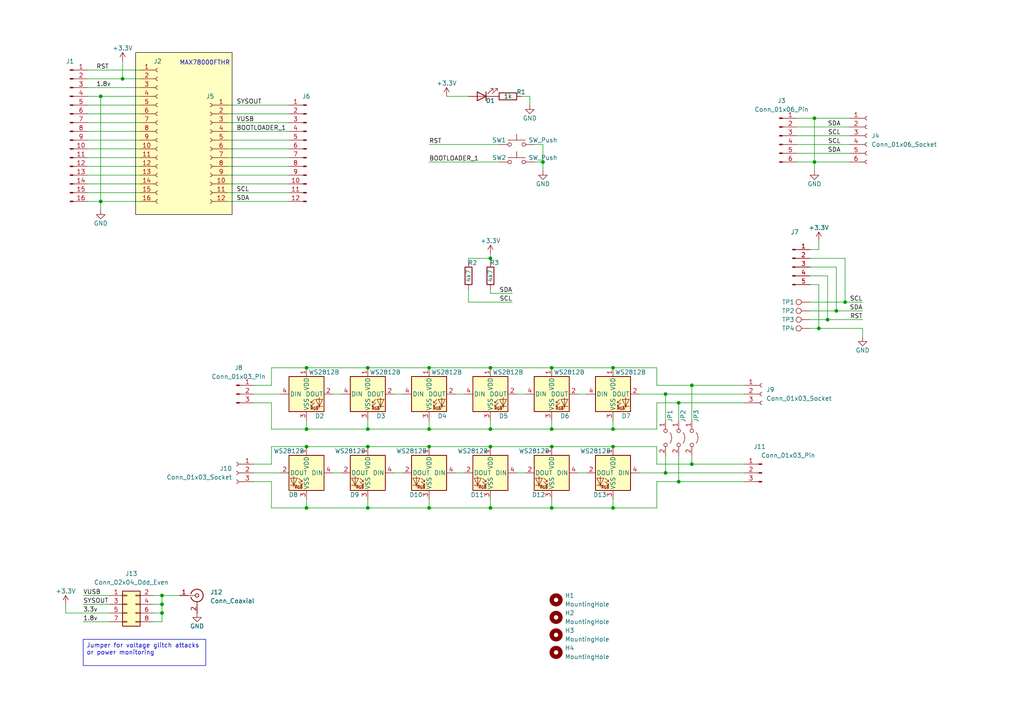
<source format=kicad_sch>
(kicad_sch (version 20230121) (generator eeschema)
  (paper "A4")
  (title_block (title "2024 eCTF Companion") (date "2024-02-05") (rev "A") (comment 1 "Jamal Bouajjaj"))
  (lib_symbols
    (symbol "Connector:Conn_01x03_Pin" (pin_names (offset 1.016) hide)
      (property "Reference" "J" (at 0 5.08 0))
      (property "Value" "Conn_01x03_Pin" (at 0 -5.08 0))
      (symbol "Conn_01x03_Pin_1_1"
        (pin passive line (at 5.08 2.54 180) (length 3.81) (name "Pin_1") (number "1"))
        (pin passive line (at 5.08 0 180) (length 3.81) (name "Pin_2") (number "2"))
        (pin passive line (at 5.08 -2.54 180) (length 3.81) (name "Pin_3") (number "3"))
      )
    )
    (symbol "Connector:Conn_01x03_Socket" (pin_names (offset 1.016) hide)
      (property "Reference" "J" (at 0 5.08 0))
      (property "Value" "Conn_01x03_Socket" (at 0 -5.08 0))
      (symbol "Conn_01x03_Socket_1_1"
        (pin passive line (at -5.08 2.54 0) (length 3.81) (name "Pin_1") (number "1"))
        (pin passive line (at -5.08 0 0) (length 3.81) (name "Pin_2") (number "2"))
        (pin passive line (at -5.08 -2.54 0) (length 3.81) (name "Pin_3") (number "3"))
      )
    )
    (symbol "Connector:Conn_01x05_Pin" (pin_names (offset 1.016) hide)
      (property "Reference" "J" (at 0 7.62 0))
      (property "Value" "Conn_01x05_Pin" (at 0 -7.62 0))
      (symbol "Conn_01x05_Pin_1_1"
        (pin passive line (at 5.08 5.08 180) (length 3.81) (name "Pin_1") (number "1"))
        (pin passive line (at 5.08 2.54 180) (length 3.81) (name "Pin_2") (number "2"))
        (pin passive line (at 5.08 0 180) (length 3.81) (name "Pin_3") (number "3"))
        (pin passive line (at 5.08 -2.54 180) (length 3.81) (name "Pin_4") (number "4"))
        (pin passive line (at 5.08 -5.08 180) (length 3.81) (name "Pin_5") (number "5"))
      )
    )
    (symbol "Connector:Conn_01x06_Pin" (pin_names (offset 1.016) hide)
      (property "Reference" "J" (at 0 7.62 0))
      (property "Value" "Conn_01x06_Pin" (at 0 -10.16 0))
      (symbol "Conn_01x06_Pin_1_1"
        (pin passive line (at 5.08 5.08 180) (length 3.81) (name "Pin_1") (number "1"))
        (pin passive line (at 5.08 2.54 180) (length 3.81) (name "Pin_2") (number "2"))
        (pin passive line (at 5.08 0 180) (length 3.81) (name "Pin_3") (number "3"))
        (pin passive line (at 5.08 -2.54 180) (length 3.81) (name "Pin_4") (number "4"))
        (pin passive line (at 5.08 -5.08 180) (length 3.81) (name "Pin_5") (number "5"))
        (pin passive line (at 5.08 -7.62 180) (length 3.81) (name "Pin_6") (number "6"))
      )
    )
    (symbol "Connector:Conn_01x06_Socket" (pin_names (offset 1.016) hide)
      (property "Reference" "J" (at 0 7.62 0))
      (property "Value" "Conn_01x06_Socket" (at 0 -10.16 0))
      (symbol "Conn_01x06_Socket_1_1"
        (pin passive line (at -5.08 5.08 0) (length 3.81) (name "Pin_1") (number "1"))
        (pin passive line (at -5.08 2.54 0) (length 3.81) (name "Pin_2") (number "2"))
        (pin passive line (at -5.08 0 0) (length 3.81) (name "Pin_3") (number "3"))
        (pin passive line (at -5.08 -2.54 0) (length 3.81) (name "Pin_4") (number "4"))
        (pin passive line (at -5.08 -5.08 0) (length 3.81) (name "Pin_5") (number "5"))
        (pin passive line (at -5.08 -7.62 0) (length 3.81) (name "Pin_6") (number "6"))
      )
    )
    (symbol "Connector:Conn_01x12_Pin" (pin_names (offset 1.016) hide)
      (property "Reference" "J" (at 0 15.24 0))
      (property "Value" "Conn_01x12_Pin" (at 0 -17.78 0))
      (symbol "Conn_01x12_Pin_1_1"
        (pin passive line (at 5.08 12.7 180) (length 3.81) (name "Pin_1") (number "1"))
        (pin passive line (at 5.08 -10.16 180) (length 3.81) (name "Pin_10") (number "10"))
        (pin passive line (at 5.08 -12.7 180) (length 3.81) (name "Pin_11") (number "11"))
        (pin passive line (at 5.08 -15.24 180) (length 3.81) (name "Pin_12") (number "12"))
        (pin passive line (at 5.08 10.16 180) (length 3.81) (name "Pin_2") (number "2"))
        (pin passive line (at 5.08 7.62 180) (length 3.81) (name "Pin_3") (number "3"))
        (pin passive line (at 5.08 5.08 180) (length 3.81) (name "Pin_4") (number "4"))
        (pin passive line (at 5.08 2.54 180) (length 3.81) (name "Pin_5") (number "5"))
        (pin passive line (at 5.08 0 180) (length 3.81) (name "Pin_6") (number "6"))
        (pin passive line (at 5.08 -2.54 180) (length 3.81) (name "Pin_7") (number "7"))
        (pin passive line (at 5.08 -5.08 180) (length 3.81) (name "Pin_8") (number "8"))
        (pin passive line (at 5.08 -7.62 180) (length 3.81) (name "Pin_9") (number "9"))
      )
    )
    (symbol "Connector:Conn_01x12_Socket" (pin_names (offset 1.016) hide)
      (property "Reference" "J" (at 0 15.24 0))
      (property "Value" "Conn_01x12_Socket" (at 0 -17.78 0))
      (symbol "Conn_01x12_Socket_1_1"
        (pin passive line (at -5.08 12.7 0) (length 3.81) (name "Pin_1") (number "1"))
        (pin passive line (at -5.08 -10.16 0) (length 3.81) (name "Pin_10") (number "10"))
        (pin passive line (at -5.08 -12.7 0) (length 3.81) (name "Pin_11") (number "11"))
        (pin passive line (at -5.08 -15.24 0) (length 3.81) (name "Pin_12") (number "12"))
        (pin passive line (at -5.08 10.16 0) (length 3.81) (name "Pin_2") (number "2"))
        (pin passive line (at -5.08 7.62 0) (length 3.81) (name "Pin_3") (number "3"))
        (pin passive line (at -5.08 5.08 0) (length 3.81) (name "Pin_4") (number "4"))
        (pin passive line (at -5.08 2.54 0) (length 3.81) (name "Pin_5") (number "5"))
        (pin passive line (at -5.08 0 0) (length 3.81) (name "Pin_6") (number "6"))
        (pin passive line (at -5.08 -2.54 0) (length 3.81) (name "Pin_7") (number "7"))
        (pin passive line (at -5.08 -5.08 0) (length 3.81) (name "Pin_8") (number "8"))
        (pin passive line (at -5.08 -7.62 0) (length 3.81) (name "Pin_9") (number "9"))
      )
    )
    (symbol "Connector:Conn_01x16_Pin" (pin_names (offset 1.016) hide)
      (property "Reference" "J" (at 0 20.32 0))
      (property "Value" "Conn_01x16_Pin" (at 0 -22.86 0))
      (symbol "Conn_01x16_Pin_1_1"
        (pin passive line (at 5.08 17.78 180) (length 3.81) (name "Pin_1") (number "1"))
        (pin passive line (at 5.08 -5.08 180) (length 3.81) (name "Pin_10") (number "10"))
        (pin passive line (at 5.08 -7.62 180) (length 3.81) (name "Pin_11") (number "11"))
        (pin passive line (at 5.08 -10.16 180) (length 3.81) (name "Pin_12") (number "12"))
        (pin passive line (at 5.08 -12.7 180) (length 3.81) (name "Pin_13") (number "13"))
        (pin passive line (at 5.08 -15.24 180) (length 3.81) (name "Pin_14") (number "14"))
        (pin passive line (at 5.08 -17.78 180) (length 3.81) (name "Pin_15") (number "15"))
        (pin passive line (at 5.08 -20.32 180) (length 3.81) (name "Pin_16") (number "16"))
        (pin passive line (at 5.08 15.24 180) (length 3.81) (name "Pin_2") (number "2"))
        (pin passive line (at 5.08 12.7 180) (length 3.81) (name "Pin_3") (number "3"))
        (pin passive line (at 5.08 10.16 180) (length 3.81) (name "Pin_4") (number "4"))
        (pin passive line (at 5.08 7.62 180) (length 3.81) (name "Pin_5") (number "5"))
        (pin passive line (at 5.08 5.08 180) (length 3.81) (name "Pin_6") (number "6"))
        (pin passive line (at 5.08 2.54 180) (length 3.81) (name "Pin_7") (number "7"))
        (pin passive line (at 5.08 0 180) (length 3.81) (name "Pin_8") (number "8"))
        (pin passive line (at 5.08 -2.54 180) (length 3.81) (name "Pin_9") (number "9"))
      )
    )
    (symbol "Connector:Conn_01x16_Socket" (pin_names (offset 1.016) hide)
      (property "Reference" "J" (at 0 20.32 0))
      (property "Value" "Conn_01x16_Socket" (at 0 -22.86 0))
      (symbol "Conn_01x16_Socket_1_1"
        (pin passive line (at -5.08 17.78 0) (length 3.81) (name "Pin_1") (number "1"))
        (pin passive line (at -5.08 -5.08 0) (length 3.81) (name "Pin_10") (number "10"))
        (pin passive line (at -5.08 -7.62 0) (length 3.81) (name "Pin_11") (number "11"))
        (pin passive line (at -5.08 -10.16 0) (length 3.81) (name "Pin_12") (number "12"))
        (pin passive line (at -5.08 -12.7 0) (length 3.81) (name "Pin_13") (number "13"))
        (pin passive line (at -5.08 -15.24 0) (length 3.81) (name "Pin_14") (number "14"))
        (pin passive line (at -5.08 -17.78 0) (length 3.81) (name "Pin_15") (number "15"))
        (pin passive line (at -5.08 -20.32 0) (length 3.81) (name "Pin_16") (number "16"))
        (pin passive line (at -5.08 15.24 0) (length 3.81) (name "Pin_2") (number "2"))
        (pin passive line (at -5.08 12.7 0) (length 3.81) (name "Pin_3") (number "3"))
        (pin passive line (at -5.08 10.16 0) (length 3.81) (name "Pin_4") (number "4"))
        (pin passive line (at -5.08 7.62 0) (length 3.81) (name "Pin_5") (number "5"))
        (pin passive line (at -5.08 5.08 0) (length 3.81) (name "Pin_6") (number "6"))
        (pin passive line (at -5.08 2.54 0) (length 3.81) (name "Pin_7") (number "7"))
        (pin passive line (at -5.08 0 0) (length 3.81) (name "Pin_8") (number "8"))
        (pin passive line (at -5.08 -2.54 0) (length 3.81) (name "Pin_9") (number "9"))
      )
    )
    (symbol "Connector:Conn_Coaxial" (pin_names (offset 1.016) hide)
      (property "Reference" "J" (at 0.254 3.048 0))
      (property "Value" "Conn_Coaxial" (at 2.921 0 90))
      (symbol "Conn_Coaxial_1_1"
        (pin passive line (at -5.08 0 0) (length 2.54) (name "In") (number "1"))
        (pin passive line (at 0 -5.08 90) (length 2.54) (name "Ext") (number "2"))
      )
    )
    (symbol "Connector:TestPoint" (pin_numbers hide) (pin_names (offset 0.762) hide)
      (property "Reference" "TP" (at 0 6.858 0))
      (property "Value" "TestPoint" (at 0 5.08 0))
      (symbol "TestPoint_1_1"
        (pin passive line (at 0 0 90) (length 2.54) (name "1") (number "1"))
      )
    )
    (symbol "Connector_Generic:Conn_02x04_Odd_Even" (pin_names (offset 1.016) hide)
      (property "Reference" "J" (at 1.27 5.08 0))
      (property "Value" "Conn_02x04_Odd_Even" (at 1.27 -7.62 0))
      (symbol "Conn_02x04_Odd_Even_1_1"
        (pin passive line (at -5.08 2.54 0) (length 3.81) (name "Pin_1") (number "1"))
        (pin passive line (at 7.62 2.54 180) (length 3.81) (name "Pin_2") (number "2"))
        (pin passive line (at -5.08 0 0) (length 3.81) (name "Pin_3") (number "3"))
        (pin passive line (at 7.62 0 180) (length 3.81) (name "Pin_4") (number "4"))
        (pin passive line (at -5.08 -2.54 0) (length 3.81) (name "Pin_5") (number "5"))
        (pin passive line (at 7.62 -2.54 180) (length 3.81) (name "Pin_6") (number "6"))
        (pin passive line (at -5.08 -5.08 0) (length 3.81) (name "Pin_7") (number "7"))
        (pin passive line (at 7.62 -5.08 180) (length 3.81) (name "Pin_8") (number "8"))
      )
    )
    (symbol "Device:LED" (pin_numbers hide) (pin_names (offset 1.016) hide)
      (property "Reference" "D" (at 0 2.54 0))
      (property "Value" "LED" (at 0 -2.54 0))
      (symbol "LED_1_1"
        (pin passive line (at -3.81 0 0) (length 2.54) (name "K") (number "1"))
        (pin passive line (at 3.81 0 180) (length 2.54) (name "A") (number "2"))
      )
    )
    (symbol "Device:R" (pin_numbers hide) (pin_names (offset 0))
      (property "Reference" "R" (at 2.032 0 90))
      (property "Value" "R" (at 0 0 90))
      (symbol "R_1_1"
        (pin passive line (at 0 3.81 270) (length 1.27) (name "~") (number "1"))
        (pin passive line (at 0 -3.81 90) (length 1.27) (name "~") (number "2"))
      )
    )
    (symbol "Jumper:Jumper_2_Open" (pin_names (offset 0) hide)
      (property "Reference" "JP" (at 0 2.794 0))
      (property "Value" "Jumper_2_Open" (at 0 -2.286 0))
      (symbol "Jumper_2_Open_1_1"
        (pin passive line (at -5.08 0 0) (length 2.54) (name "A") (number "1"))
        (pin passive line (at 5.08 0 180) (length 2.54) (name "B") (number "2"))
      )
    )
    (symbol "LED:WS2812B" (pin_names (offset 0.254))
      (property "Reference" "D" (at 5.08 5.715 0))
      (property "Value" "WS2812B" (at 1.27 -5.715 0))
      (symbol "WS2812B_0_0"
        (text "RGB" (at 2.286 -4.191 0) (effects (font (size 0.762 0.762))))
      )
      (symbol "WS2812B_1_1"
        (pin power_in line (at 0 7.62 270) (length 2.54) (name "VDD") (number "1"))
        (pin output line (at 7.62 0 180) (length 2.54) (name "DOUT") (number "2"))
        (pin power_in line (at 0 -7.62 90) (length 2.54) (name "VSS") (number "3"))
        (pin input line (at -7.62 0 0) (length 2.54) (name "DIN") (number "4"))
      )
    )
    (symbol "Mechanical:MountingHole" (pin_names (offset 1.016))
      (property "Reference" "H" (at 0 5.08 0))
      (property "Value" "MountingHole" (at 0 3.175 0))
    )
    (symbol "Switch:SW_Push" (pin_numbers hide) (pin_names (offset 1.016) hide)
      (property "Reference" "SW" (at 1.27 2.54 0))
      (property "Value" "SW_Push" (at 0 -1.524 0))
      (symbol "SW_Push_0_1"
        (pin passive line (at -5.08 0 0) (length 2.54) (name "1") (number "1"))
        (pin passive line (at 5.08 0 180) (length 2.54) (name "2") (number "2"))
      )
    )
    (symbol "power:+3.3V" (power) (pin_names (offset 0))
      (property "Value" "+3.3V" (at 0 3.556 0))
      (symbol "+3.3V_1_1"
        (pin power_in line (at 0 0 90) (length 0) hide (name "+3.3V") (number "1"))
      )
    )
    (symbol "power:GND" (power) (pin_names (offset 0))
      (property "Value" "GND" (at 0 -3.81 0))
      (symbol "GND_1_1"
        (pin power_in line (at 0 0 270) (length 0) hide (name "GND") (number "1"))
      )
    )
  )
  (junction (at 200.66 134.62))
  (junction (at 245.11 87.63))
  (junction (at 88.9 124.46))
  (junction (at 35.56 22.86))
  (junction (at 196.85 116.84))
  (junction (at 193.04 114.3))
  (junction (at 200.66 111.76))
  (junction (at 142.24 147.32))
  (junction (at 157.48 46.99))
  (junction (at 124.46 147.32))
  (junction (at 160.02 106.68))
  (junction (at 46.99 177.8))
  (junction (at 160.02 124.46))
  (junction (at 177.8 124.46))
  (junction (at 124.46 106.68))
  (junction (at 177.8 106.68))
  (junction (at 106.68 106.68))
  (junction (at 237.49 95.25))
  (junction (at 142.24 129.54))
  (junction (at 106.68 147.32))
  (junction (at 236.22 34.29))
  (junction (at 236.22 46.99))
  (junction (at 142.24 74.93))
  (junction (at 29.21 27.94))
  (junction (at 242.57 90.17))
  (junction (at 240.03 92.71))
  (junction (at 106.68 129.54))
  (junction (at 46.99 172.72))
  (junction (at 106.68 124.46))
  (junction (at 88.9 147.32))
  (junction (at 160.02 147.32))
  (junction (at 196.85 139.7))
  (junction (at 142.24 106.68))
  (junction (at 29.21 58.42))
  (junction (at 160.02 129.54))
  (junction (at 46.99 175.26))
  (junction (at 88.9 129.54))
  (junction (at 88.9 106.68))
  (junction (at 142.24 124.46))
  (junction (at 193.04 137.16))
  (junction (at 124.46 124.46))
  (junction (at 177.8 129.54))
  (junction (at 177.8 147.32))
  (junction (at 124.46 129.54))
  (wire (pts (xy 66.04 43.18) (xy 83.82 43.18)))
  (wire (pts (xy 124.46 106.68) (xy 142.24 106.68)))
  (wire (pts (xy 234.95 87.63) (xy 245.11 87.63)))
  (wire (pts (xy 88.9 124.46) (xy 88.9 121.92)))
  (wire (pts (xy 177.8 106.68) (xy 190.5 106.68)))
  (wire (pts (xy 190.5 116.84) (xy 196.85 116.84)))
  (wire (pts (xy 177.8 129.54) (xy 190.5 129.54)))
  (wire (pts (xy 196.85 116.84) (xy 196.85 121.92)))
  (wire (pts (xy 25.4 55.88) (xy 40.64 55.88)))
  (wire (pts (xy 24.13 180.34) (xy 31.75 180.34)))
  (wire (pts (xy 190.5 124.46) (xy 190.5 116.84)))
  (wire (pts (xy 24.13 172.72) (xy 31.75 172.72)))
  (wire (pts (xy 142.24 74.93) (xy 135.89 74.93)))
  (wire (pts (xy 124.46 147.32) (xy 142.24 147.32)))
  (wire (pts (xy 73.66 114.3) (xy 81.28 114.3)))
  (wire (pts (xy 237.49 95.25) (xy 250.19 95.25)))
  (wire (pts (xy 153.67 30.48) (xy 153.67 27.94)))
  (wire (pts (xy 157.48 46.99) (xy 154.94 46.99)))
  (wire (pts (xy 193.04 114.3) (xy 193.04 121.92)))
  (wire (pts (xy 190.5 139.7) (xy 196.85 139.7)))
  (wire (pts (xy 149.86 137.16) (xy 152.4 137.16)))
  (wire (pts (xy 200.66 111.76) (xy 200.66 121.92)))
  (wire (pts (xy 124.46 147.32) (xy 124.46 144.78)))
  (wire (pts (xy 142.24 106.68) (xy 160.02 106.68)))
  (wire (pts (xy 29.21 27.94) (xy 29.21 58.42)))
  (wire (pts (xy 66.04 33.02) (xy 83.82 33.02)))
  (wire (pts (xy 124.46 46.99) (xy 144.78 46.99)))
  (wire (pts (xy 190.5 106.68) (xy 190.5 111.76)))
  (wire (pts (xy 135.89 87.63) (xy 135.89 83.82)))
  (wire (pts (xy 78.74 124.46) (xy 88.9 124.46)))
  (wire (pts (xy 73.66 139.7) (xy 78.74 139.7)))
  (wire (pts (xy 231.14 39.37) (xy 246.38 39.37)))
  (wire (pts (xy 177.8 147.32) (xy 190.5 147.32)))
  (wire (pts (xy 142.24 73.66) (xy 142.24 74.93)))
  (wire (pts (xy 142.24 147.32) (xy 160.02 147.32)))
  (wire (pts (xy 200.66 111.76) (xy 215.9 111.76)))
  (wire (pts (xy 88.9 147.32) (xy 106.68 147.32)))
  (wire (pts (xy 129.54 27.94) (xy 135.89 27.94)))
  (wire (pts (xy 29.21 58.42) (xy 29.21 60.96)))
  (wire (pts (xy 237.49 82.55) (xy 237.49 95.25)))
  (wire (pts (xy 88.9 147.32) (xy 88.9 144.78)))
  (wire (pts (xy 25.4 22.86) (xy 35.56 22.86)))
  (wire (pts (xy 240.03 92.71) (xy 250.19 92.71)))
  (wire (pts (xy 78.74 139.7) (xy 78.74 147.32)))
  (wire (pts (xy 106.68 129.54) (xy 124.46 129.54)))
  (wire (pts (xy 190.5 111.76) (xy 200.66 111.76)))
  (wire (pts (xy 167.64 114.3) (xy 170.18 114.3)))
  (wire (pts (xy 142.24 124.46) (xy 142.24 121.92)))
  (wire (pts (xy 160.02 147.32) (xy 160.02 144.78)))
  (wire (pts (xy 237.49 69.85) (xy 237.49 72.39)))
  (wire (pts (xy 73.66 137.16) (xy 81.28 137.16)))
  (wire (pts (xy 66.04 45.72) (xy 83.82 45.72)))
  (wire (pts (xy 106.68 124.46) (xy 106.68 121.92)))
  (wire (pts (xy 88.9 106.68) (xy 106.68 106.68)))
  (wire (pts (xy 124.46 124.46) (xy 124.46 121.92)))
  (wire (pts (xy 160.02 124.46) (xy 177.8 124.46)))
  (wire (pts (xy 160.02 124.46) (xy 160.02 121.92)))
  (wire (pts (xy 167.64 137.16) (xy 170.18 137.16)))
  (wire (pts (xy 236.22 34.29) (xy 236.22 46.99)))
  (wire (pts (xy 236.22 34.29) (xy 246.38 34.29)))
  (wire (pts (xy 78.74 147.32) (xy 88.9 147.32)))
  (wire (pts (xy 25.4 27.94) (xy 29.21 27.94)))
  (wire (pts (xy 231.14 46.99) (xy 236.22 46.99)))
  (wire (pts (xy 242.57 77.47) (xy 242.57 90.17)))
  (wire (pts (xy 231.14 34.29) (xy 236.22 34.29)))
  (wire (pts (xy 106.68 106.68) (xy 124.46 106.68)))
  (wire (pts (xy 190.5 147.32) (xy 190.5 139.7)))
  (wire (pts (xy 185.42 114.3) (xy 193.04 114.3)))
  (wire (pts (xy 25.4 35.56) (xy 40.64 35.56)))
  (wire (pts (xy 234.95 80.01) (xy 240.03 80.01)))
  (wire (pts (xy 177.8 147.32) (xy 177.8 144.78)))
  (wire (pts (xy 148.59 85.09) (xy 142.24 85.09)))
  (wire (pts (xy 25.4 53.34) (xy 40.64 53.34)))
  (wire (pts (xy 25.4 50.8) (xy 40.64 50.8)))
  (wire (pts (xy 157.48 41.91) (xy 157.48 46.99)))
  (wire (pts (xy 35.56 22.86) (xy 35.56 17.78)))
  (wire (pts (xy 236.22 46.99) (xy 246.38 46.99)))
  (wire (pts (xy 44.45 172.72) (xy 46.99 172.72)))
  (wire (pts (xy 66.04 48.26) (xy 83.82 48.26)))
  (wire (pts (xy 242.57 90.17) (xy 250.19 90.17)))
  (wire (pts (xy 78.74 129.54) (xy 88.9 129.54)))
  (wire (pts (xy 25.4 38.1) (xy 40.64 38.1)))
  (wire (pts (xy 25.4 33.02) (xy 40.64 33.02)))
  (wire (pts (xy 78.74 106.68) (xy 88.9 106.68)))
  (wire (pts (xy 46.99 180.34) (xy 46.99 177.8)))
  (wire (pts (xy 245.11 87.63) (xy 250.19 87.63)))
  (wire (pts (xy 124.46 124.46) (xy 142.24 124.46)))
  (wire (pts (xy 142.24 85.09) (xy 142.24 83.82)))
  (wire (pts (xy 73.66 111.76) (xy 78.74 111.76)))
  (wire (pts (xy 78.74 134.62) (xy 78.74 129.54)))
  (wire (pts (xy 148.59 87.63) (xy 135.89 87.63)))
  (wire (pts (xy 231.14 41.91) (xy 246.38 41.91)))
  (wire (pts (xy 25.4 45.72) (xy 40.64 45.72)))
  (wire (pts (xy 190.5 134.62) (xy 190.5 129.54)))
  (wire (pts (xy 234.95 95.25) (xy 237.49 95.25)))
  (wire (pts (xy 177.8 124.46) (xy 190.5 124.46)))
  (wire (pts (xy 250.19 95.25) (xy 250.19 97.79)))
  (wire (pts (xy 114.3 137.16) (xy 116.84 137.16)))
  (wire (pts (xy 245.11 74.93) (xy 245.11 87.63)))
  (wire (pts (xy 149.86 114.3) (xy 152.4 114.3)))
  (wire (pts (xy 88.9 129.54) (xy 106.68 129.54)))
  (wire (pts (xy 66.04 40.64) (xy 83.82 40.64)))
  (wire (pts (xy 106.68 147.32) (xy 124.46 147.32)))
  (wire (pts (xy 25.4 20.32) (xy 40.64 20.32)))
  (wire (pts (xy 106.68 147.32) (xy 106.68 144.78)))
  (wire (pts (xy 236.22 46.99) (xy 236.22 49.53)))
  (wire (pts (xy 200.66 134.62) (xy 215.9 134.62)))
  (wire (pts (xy 153.67 27.94) (xy 151.13 27.94)))
  (wire (pts (xy 88.9 124.46) (xy 106.68 124.46)))
  (wire (pts (xy 73.66 134.62) (xy 78.74 134.62)))
  (wire (pts (xy 160.02 129.54) (xy 177.8 129.54)))
  (wire (pts (xy 196.85 139.7) (xy 215.9 139.7)))
  (wire (pts (xy 234.95 82.55) (xy 237.49 82.55)))
  (wire (pts (xy 177.8 124.46) (xy 177.8 121.92)))
  (wire (pts (xy 66.04 53.34) (xy 83.82 53.34)))
  (wire (pts (xy 96.52 114.3) (xy 99.06 114.3)))
  (wire (pts (xy 66.04 35.56) (xy 83.82 35.56)))
  (wire (pts (xy 25.4 58.42) (xy 29.21 58.42)))
  (wire (pts (xy 142.24 129.54) (xy 160.02 129.54)))
  (wire (pts (xy 66.04 30.48) (xy 83.82 30.48)))
  (wire (pts (xy 78.74 116.84) (xy 78.74 124.46)))
  (wire (pts (xy 114.3 114.3) (xy 116.84 114.3)))
  (wire (pts (xy 160.02 106.68) (xy 177.8 106.68)))
  (wire (pts (xy 96.52 137.16) (xy 99.06 137.16)))
  (wire (pts (xy 29.21 58.42) (xy 40.64 58.42)))
  (wire (pts (xy 234.95 92.71) (xy 240.03 92.71)))
  (wire (pts (xy 234.95 90.17) (xy 242.57 90.17)))
  (wire (pts (xy 25.4 40.64) (xy 40.64 40.64)))
  (wire (pts (xy 78.74 111.76) (xy 78.74 106.68)))
  (wire (pts (xy 124.46 41.91) (xy 144.78 41.91)))
  (wire (pts (xy 193.04 132.08) (xy 193.04 137.16)))
  (wire (pts (xy 66.04 58.42) (xy 83.82 58.42)))
  (wire (pts (xy 231.14 44.45) (xy 246.38 44.45)))
  (wire (pts (xy 240.03 80.01) (xy 240.03 92.71)))
  (wire (pts (xy 237.49 72.39) (xy 234.95 72.39)))
  (wire (pts (xy 124.46 129.54) (xy 142.24 129.54)))
  (wire (pts (xy 185.42 137.16) (xy 193.04 137.16)))
  (wire (pts (xy 24.13 175.26) (xy 31.75 175.26)))
  (wire (pts (xy 234.95 74.93) (xy 245.11 74.93)))
  (wire (pts (xy 25.4 25.4) (xy 40.64 25.4)))
  (wire (pts (xy 66.04 50.8) (xy 83.82 50.8)))
  (wire (pts (xy 35.56 22.86) (xy 40.64 22.86)))
  (wire (pts (xy 193.04 114.3) (xy 215.9 114.3)))
  (wire (pts (xy 44.45 177.8) (xy 46.99 177.8)))
  (wire (pts (xy 154.94 41.91) (xy 157.48 41.91)))
  (wire (pts (xy 193.04 137.16) (xy 215.9 137.16)))
  (wire (pts (xy 160.02 147.32) (xy 177.8 147.32)))
  (wire (pts (xy 25.4 48.26) (xy 40.64 48.26)))
  (wire (pts (xy 44.45 175.26) (xy 46.99 175.26)))
  (wire (pts (xy 142.24 74.93) (xy 142.24 76.2)))
  (wire (pts (xy 46.99 177.8) (xy 46.99 175.26)))
  (wire (pts (xy 66.04 38.1) (xy 83.82 38.1)))
  (wire (pts (xy 196.85 116.84) (xy 215.9 116.84)))
  (wire (pts (xy 190.5 134.62) (xy 200.66 134.62)))
  (wire (pts (xy 106.68 124.46) (xy 124.46 124.46)))
  (wire (pts (xy 196.85 132.08) (xy 196.85 139.7)))
  (wire (pts (xy 231.14 36.83) (xy 246.38 36.83)))
  (wire (pts (xy 29.21 27.94) (xy 40.64 27.94)))
  (wire (pts (xy 44.45 180.34) (xy 46.99 180.34)))
  (wire (pts (xy 200.66 132.08) (xy 200.66 134.62)))
  (wire (pts (xy 66.04 55.88) (xy 83.82 55.88)))
  (wire (pts (xy 19.05 175.26) (xy 19.05 177.8)))
  (wire (pts (xy 142.24 147.32) (xy 142.24 144.78)))
  (wire (pts (xy 142.24 124.46) (xy 160.02 124.46)))
  (wire (pts (xy 19.05 177.8) (xy 31.75 177.8)))
  (wire (pts (xy 73.66 116.84) (xy 78.74 116.84)))
  (wire (pts (xy 132.08 114.3) (xy 134.62 114.3)))
  (wire (pts (xy 157.48 49.53) (xy 157.48 46.99)))
  (wire (pts (xy 135.89 74.93) (xy 135.89 76.2)))
  (wire (pts (xy 46.99 175.26) (xy 46.99 172.72)))
  (wire (pts (xy 25.4 43.18) (xy 40.64 43.18)))
  (wire (pts (xy 25.4 30.48) (xy 40.64 30.48)))
  (wire (pts (xy 46.99 172.72) (xy 52.07 172.72)))
  (wire (pts (xy 132.08 137.16) (xy 134.62 137.16)))
  (wire (pts (xy 234.95 77.47) (xy 242.57 77.47)))
  (rectangle (start 39.37 15.24) (end 67.31 62.23) (stroke (width 0) (color 0 0 0 1)) (fill (type color) (color 255 255 194 1)))
  (text_box "Jumper for voltage glitch attacks or power monitoring" (at 24.13 185.42 0) (size 35.56 7.62) (effects (font (size 1.27 1.27)) (justify left top)))
  (text "MAX78000FTHR" (at 52.07 19.05 0) (effects (font (size 1.27 1.27)) (justify left bottom)))
  (label "SCL" (at 148.59 87.63 180))
  (label "SCL" (at 68.58 55.88 0))
  (label "RST" (at 27.94 20.32 0))
  (label "RST" (at 124.46 41.91 0))
  (label "SCL" (at 243.84 39.37 180))
  (label "SDA" (at 243.84 36.83 180))
  (label "SCL" (at 243.84 41.91 180))
  (label "SDA" (at 68.58 58.42 0))
  (label "VUSB" (at 24.13 172.72 0))
  (label "3.3v" (at 24.13 177.8 0))
  (label "1.8v" (at 24.13 180.34 0))
  (label "SDA" (at 148.59 85.09 180))
  (label "1.8v" (at 27.94 25.4 0))
  (label "SDA" (at 243.84 44.45 180))
  (label "SYSOUT" (at 68.58 30.48 0))
  (label "BOOTLOADER_1" (at 68.58 38.1 0))
  (label "SCL" (at 250.19 87.63 180))
  (label "RST" (at 250.19 92.71 180))
  (label "BOOTLOADER_1" (at 124.46 46.99 0))
  (label "SDA" (at 250.19 90.17 180))
  (label "SYSOUT" (at 24.13 175.26 0))
  (label "VUSB" (at 68.58 35.56 0))
  (symbol (lib_id "Connector:Conn_01x12_Socket") (at 60.96 43.18 0) (mirror y) (unit 1)
    (property "Reference" "J5" (at 60.96 27.94 0))
    (property "Value" "Conn_01x12_Socket" (effects hide))
    (property "Footprint" "Connector_PinSocket_2.54mm:PinSocket_1x12_P2.54mm_Vertical" (effects hide))
  )
  (symbol (lib_id "Connector:TestPoint") (at 234.95 95.25 90) (unit 1)
    (property "Reference" "TP4" (at 228.6 95.25 90))
    (property "Value" "TestPoint" (effects hide))
    (property "Footprint" "TestPoint:TestPoint_Keystone_5005-5009_Compact" (effects hide))
  )
  (symbol (lib_id "LED:WS2812B") (at 142.24 114.3 0) (unit 1)
    (property "Reference" "D5" (at 146.05 120.65 0))
    (property "Value" "WS2812B" (at 147.32 107.95 0))
    (property "Footprint" "LED_SMD:LED_WS2812B_PLCC4_5.0x5.0mm_P3.2mm" (effects hide))
    (property "Datasheet" "https://cdn-shop.adafruit.com/datasheets/WS2812B.pdf" (effects hide))
  )
  (symbol (lib_id "Mechanical:MountingHole") (at 161.29 179.07 0) (unit 1)
    (property "Reference" "H2" (at 163.83 177.8 0) (effects (justify left)))
    (property "Value" "MountingHole" (at 163.83 180.34 0) (effects (justify left)))
    (property "Footprint" "MountingHole:MountingHole_3.2mm_M3_DIN965" (effects hide))
  )
  (symbol (lib_id "power:GND") (at 57.15 177.8 0) (unit 1)
    (property "Reference" "#PWR011" (effects hide))
    (property "Value" "GND" (at 57.15 181.61 0))
  )
  (symbol (lib_id "Connector:Conn_01x03_Socket") (at 220.98 114.3 0) (unit 1)
    (property "Reference" "J9" (at 222.25 113.03 0) (effects (justify left)))
    (property "Value" "Conn_01x03_Socket" (at 222.25 115.57 0) (effects (justify left)))
    (property "Footprint" "Connector_PinSocket_2.54mm:PinSocket_1x03_P2.54mm_Horizontal" (effects hide))
  )
  (symbol (lib_id "Connector:TestPoint") (at 234.95 87.63 90) (unit 1)
    (property "Reference" "TP1" (at 228.6 87.63 90))
    (property "Value" "TestPoint" (effects hide))
    (property "Footprint" "TestPoint:TestPoint_Keystone_5005-5009_Compact" (effects hide))
  )
  (symbol (lib_id "LED:WS2812B") (at 142.24 137.16 0) (mirror y) (unit 1)
    (property "Reference" "D11" (at 138.43 143.51 0))
    (property "Value" "WS2812B" (at 137.16 130.81 0))
    (property "Footprint" "LED_SMD:LED_WS2812B_PLCC4_5.0x5.0mm_P3.2mm" (effects hide))
    (property "Datasheet" "https://cdn-shop.adafruit.com/datasheets/WS2812B.pdf" (effects hide))
  )
  (symbol (lib_id "power:+3.3V") (at 19.05 175.26 0) (unit 1)
    (property "Reference" "#PWR010" (effects hide))
    (property "Value" "+3.3V" (at 19.05 171.45 0))
  )
  (symbol (lib_id "Connector:Conn_01x16_Socket") (at 45.72 38.1 0) (unit 1)
    (property "Reference" "J2" (at 45.72 17.78 0))
    (property "Value" "Conn_01x16_Socket" (effects hide))
    (property "Footprint" "Connector_PinSocket_2.54mm:PinSocket_1x16_P2.54mm_Vertical" (effects hide))
  )
  (symbol (lib_id "Connector:TestPoint") (at 234.95 90.17 90) (unit 1)
    (property "Reference" "TP2" (at 228.6 90.17 90))
    (property "Value" "TestPoint" (effects hide))
    (property "Footprint" "TestPoint:TestPoint_Keystone_5005-5009_Compact" (effects hide))
  )
  (symbol (lib_id "power:GND") (at 29.21 60.96 0) (unit 1)
    (property "Reference" "#PWR06" (effects hide))
    (property "Value" "GND" (at 29.21 64.77 0))
  )
  (symbol (lib_id "LED:WS2812B") (at 177.8 114.3 0) (unit 1)
    (property "Reference" "D7" (at 181.61 120.65 0))
    (property "Value" "WS2812B" (at 182.88 107.95 0))
    (property "Footprint" "LED_SMD:LED_WS2812B_PLCC4_5.0x5.0mm_P3.2mm" (effects hide))
    (property "Datasheet" "https://cdn-shop.adafruit.com/datasheets/WS2812B.pdf" (effects hide))
  )
  (symbol (lib_id "Connector:Conn_01x06_Socket") (at 251.46 39.37 0) (unit 1)
    (property "Reference" "J4" (at 252.73 39.37 0) (effects (justify left)))
    (property "Value" "Conn_01x06_Socket" (at 252.73 41.91 0) (effects (justify left)))
    (property "Footprint" "Connector_PinSocket_2.54mm:PinSocket_1x06_P2.54mm_Horizontal" (effects hide))
  )
  (symbol (lib_id "LED:WS2812B") (at 160.02 114.3 0) (unit 1)
    (property "Reference" "D6" (at 163.83 120.65 0))
    (property "Value" "WS2812B" (at 165.1 107.95 0))
    (property "Footprint" "LED_SMD:LED_WS2812B_PLCC4_5.0x5.0mm_P3.2mm" (effects hide))
    (property "Datasheet" "https://cdn-shop.adafruit.com/datasheets/WS2812B.pdf" (effects hide))
  )
  (symbol (lib_id "Device:R") (at 135.89 80.01 0) (mirror y) (unit 1)
    (property "Reference" "R2" (at 138.43 76.2 0) (effects (justify left)))
    (property "Value" "4k7" (at 135.89 80.01 90))
    (property "Footprint" "Resistor_SMD:R_0805_2012Metric_Pad1.20x1.40mm_HandSolder" (effects hide))
  )
  (symbol (lib_id "power:+3.3V") (at 129.54 27.94 0) (unit 1)
    (property "Reference" "#PWR02" (effects hide))
    (property "Value" "+3.3V" (at 129.54 24.13 0))
  )
  (symbol (lib_id "Connector:Conn_01x03_Socket") (at 68.58 137.16 0) (mirror y) (unit 1)
    (property "Reference" "J10" (at 67.31 135.89 0) (effects (justify left)))
    (property "Value" "Conn_01x03_Socket" (at 67.31 138.43 0) (effects (justify left)))
    (property "Footprint" "Connector_PinSocket_2.54mm:PinSocket_1x03_P2.54mm_Horizontal" (effects hide))
  )
  (symbol (lib_id "Device:LED") (at 139.7 27.94 180) (unit 1)
    (property "Reference" "D1" (at 142.24 29.21 0))
    (property "Value" "LED" (effects hide))
    (property "Footprint" "Diode_SMD:D_1206_3216Metric_Pad1.42x1.75mm_HandSolder" (effects hide))
  )
  (symbol (lib_id "Connector:Conn_01x03_Pin") (at 220.98 137.16 0) (mirror y) (unit 1)
    (property "Reference" "J11" (at 220.345 129.54 0))
    (property "Value" "Conn_01x03_Pin" (at 228.6 132.08 0))
    (property "Footprint" "Connector_PinHeader_2.54mm:PinHeader_1x03_P2.54mm_Horizontal" (effects hide))
  )
  (symbol (lib_id "power:GND") (at 153.67 30.48 0) (unit 1)
    (property "Reference" "#PWR03" (effects hide))
    (property "Value" "GND" (at 153.67 34.29 0))
  )
  (symbol (lib_id "power:+3.3V") (at 35.56 17.78 0) (unit 1)
    (property "Reference" "#PWR01" (effects hide))
    (property "Value" "+3.3V" (at 35.56 13.97 0))
  )
  (symbol (lib_id "Connector_Generic:Conn_02x04_Odd_Even") (at 36.83 175.26 0) (unit 1)
    (property "Reference" "J13" (at 38.1 166.37 0))
    (property "Value" "Conn_02x04_Odd_Even" (at 38.1 168.91 0))
    (property "Footprint" "Connector_PinHeader_2.54mm:PinHeader_2x04_P2.54mm_Vertical" (effects hide))
  )
  (symbol (lib_id "Connector:Conn_01x16_Pin") (at 20.32 38.1 0) (unit 1)
    (property "Reference" "J1" (at 20.32 17.78 0))
    (property "Value" "Conn_01x16_Pin" (effects hide))
    (property "Footprint" "Connector_PinHeader_2.54mm:PinHeader_1x16_P2.54mm_Vertical" (effects hide))
  )
  (symbol (lib_id "Device:R") (at 142.24 80.01 0) (mirror y) (unit 1)
    (property "Reference" "R3" (at 144.78 76.2 0) (effects (justify left)))
    (property "Value" "4k7" (at 142.24 80.01 90))
    (property "Footprint" "Resistor_SMD:R_0805_2012Metric_Pad1.20x1.40mm_HandSolder" (effects hide))
  )
  (symbol (lib_id "LED:WS2812B") (at 124.46 137.16 0) (mirror y) (unit 1)
    (property "Reference" "D10" (at 120.65 143.51 0))
    (property "Value" "WS2812B" (at 119.38 130.81 0))
    (property "Footprint" "LED_SMD:LED_WS2812B_PLCC4_5.0x5.0mm_P3.2mm" (effects hide))
    (property "Datasheet" "https://cdn-shop.adafruit.com/datasheets/WS2812B.pdf" (effects hide))
  )
  (symbol (lib_id "Mechanical:MountingHole") (at 161.29 184.15 0) (unit 1)
    (property "Reference" "H3" (at 163.83 182.88 0) (effects (justify left)))
    (property "Value" "MountingHole" (at 163.83 185.42 0) (effects (justify left)))
    (property "Footprint" "MountingHole:MountingHole_3.2mm_M3_DIN965" (effects hide))
  )
  (symbol (lib_id "Connector:Conn_01x03_Pin") (at 68.58 114.3 0) (unit 1)
    (property "Reference" "J8" (at 69.215 106.68 0))
    (property "Value" "Conn_01x03_Pin" (at 69.215 109.22 0))
    (property "Footprint" "Connector_PinHeader_2.54mm:PinHeader_1x03_P2.54mm_Horizontal" (effects hide))
  )
  (symbol (lib_id "Switch:SW_Push") (at 149.86 41.91 0) (unit 1)
    (property "Reference" "SW1" (at 144.78 40.64 0))
    (property "Value" "SW_Push" (at 157.48 40.64 0))
    (property "Footprint" "Button_Switch_THT:SW_PUSH_6mm" (effects hide))
  )
  (symbol (lib_id "Device:R") (at 147.32 27.94 90) (unit 1)
    (property "Reference" "R1" (at 151.13 26.67 90))
    (property "Value" "1k" (at 147.32 27.94 90))
    (property "Footprint" "Resistor_SMD:R_0805_2012Metric_Pad1.20x1.40mm_HandSolder" (effects hide))
  )
  (symbol (lib_id "Jumper:Jumper_2_Open") (at 200.66 127 270) (unit 1)
    (property "Reference" "JP3" (at 201.93 120.65 0))
    (property "Value" "Jumper_2_Open" (effects hide))
    (property "Footprint" "Resistor_SMD:R_0805_2012Metric_Pad1.20x1.40mm_HandSolder" (effects hide))
  )
  (symbol (lib_id "power:+3.3V") (at 142.24 73.66 0) (mirror y) (unit 1)
    (property "Reference" "#PWR08" (effects hide))
    (property "Value" "+3.3V" (at 142.24 69.85 0))
  )
  (symbol (lib_id "LED:WS2812B") (at 106.68 137.16 0) (mirror y) (unit 1)
    (property "Reference" "D9" (at 102.87 143.51 0))
    (property "Value" "WS2812B" (at 101.6 130.81 0))
    (property "Footprint" "LED_SMD:LED_WS2812B_PLCC4_5.0x5.0mm_P3.2mm" (effects hide))
    (property "Datasheet" "https://cdn-shop.adafruit.com/datasheets/WS2812B.pdf" (effects hide))
  )
  (symbol (lib_id "Connector:Conn_Coaxial") (at 57.15 172.72 0) (unit 1)
    (property "Reference" "J12" (at 60.96 171.7432 0) (effects (justify left)))
    (property "Value" "Conn_Coaxial" (at 60.96 174.2832 0) (effects (justify left)))
    (property "Footprint" "Connector_Coaxial:SMA_Amphenol_132291_Vertical" (effects hide))
    (property "Datasheet" " ~" (effects hide))
  )
  (symbol (lib_id "Jumper:Jumper_2_Open") (at 193.04 127 270) (unit 1)
    (property "Reference" "JP1" (at 194.31 120.65 0))
    (property "Value" "Jumper_2_Open" (effects hide))
    (property "Footprint" "Resistor_SMD:R_0805_2012Metric_Pad1.20x1.40mm_HandSolder" (effects hide))
  )
  (symbol (lib_id "LED:WS2812B") (at 88.9 137.16 0) (mirror y) (unit 1)
    (property "Reference" "D8" (at 85.09 143.51 0))
    (property "Value" "WS2812B" (at 83.82 130.81 0))
    (property "Footprint" "LED_SMD:LED_WS2812B_PLCC4_5.0x5.0mm_P3.2mm" (effects hide))
    (property "Datasheet" "https://cdn-shop.adafruit.com/datasheets/WS2812B.pdf" (effects hide))
  )
  (symbol (lib_id "LED:WS2812B") (at 106.68 114.3 0) (unit 1)
    (property "Reference" "D3" (at 110.49 120.65 0))
    (property "Value" "WS2812B" (at 111.76 107.95 0))
    (property "Footprint" "LED_SMD:LED_WS2812B_PLCC4_5.0x5.0mm_P3.2mm" (effects hide))
    (property "Datasheet" "https://cdn-shop.adafruit.com/datasheets/WS2812B.pdf" (effects hide))
  )
  (symbol (lib_id "Connector:Conn_01x05_Pin") (at 229.87 77.47 0) (unit 1)
    (property "Reference" "J7" (at 230.505 67.31 0))
    (property "Value" "Conn_01x05_Pin" (effects hide))
    (property "Footprint" "Connector_PinHeader_2.54mm:PinHeader_1x05_P2.54mm_Vertical" (effects hide))
  )
  (symbol (lib_id "Mechanical:MountingHole") (at 161.29 173.99 0) (unit 1)
    (property "Reference" "H1" (at 163.83 172.72 0) (effects (justify left)))
    (property "Value" "MountingHole" (at 163.83 175.26 0) (effects (justify left)))
    (property "Footprint" "MountingHole:MountingHole_3.2mm_M3_DIN965" (effects hide))
  )
  (symbol (lib_id "LED:WS2812B") (at 177.8 137.16 0) (mirror y) (unit 1)
    (property "Reference" "D13" (at 173.99 143.51 0))
    (property "Value" "WS2812B" (at 172.72 130.81 0))
    (property "Footprint" "LED_SMD:LED_WS2812B_PLCC4_5.0x5.0mm_P3.2mm" (effects hide))
    (property "Datasheet" "https://cdn-shop.adafruit.com/datasheets/WS2812B.pdf" (effects hide))
  )
  (symbol (lib_id "Switch:SW_Push") (at 149.86 46.99 0) (unit 1)
    (property "Reference" "SW2" (at 144.78 45.72 0))
    (property "Value" "SW_Push" (at 157.48 45.72 0))
    (property "Footprint" "Button_Switch_THT:SW_PUSH_6mm" (effects hide))
  )
  (symbol (lib_id "Connector:TestPoint") (at 234.95 92.71 90) (unit 1)
    (property "Reference" "TP3" (at 228.6 92.71 90))
    (property "Value" "TestPoint" (effects hide))
    (property "Footprint" "TestPoint:TestPoint_Keystone_5005-5009_Compact" (effects hide))
  )
  (symbol (lib_id "power:GND") (at 157.48 49.53 0) (unit 1)
    (property "Reference" "#PWR04" (effects hide))
    (property "Value" "GND" (at 157.48 53.34 0))
  )
  (symbol (lib_id "power:GND") (at 236.22 49.53 0) (unit 1)
    (property "Reference" "#PWR05" (effects hide))
    (property "Value" "GND" (at 236.22 53.34 0))
  )
  (symbol (lib_id "Connector:Conn_01x06_Pin") (at 226.06 39.37 0) (unit 1)
    (property "Reference" "J3" (at 226.695 29.21 0))
    (property "Value" "Conn_01x06_Pin" (at 226.695 31.75 0))
    (property "Footprint" "Connector_PinHeader_2.54mm:PinHeader_1x06_P2.54mm_Horizontal" (effects hide))
  )
  (symbol (lib_id "Mechanical:MountingHole") (at 161.29 189.23 0) (unit 1)
    (property "Reference" "H4" (at 163.83 187.96 0) (effects (justify left)))
    (property "Value" "MountingHole" (at 163.83 190.5 0) (effects (justify left)))
    (property "Footprint" "MountingHole:MountingHole_3.2mm_M3_DIN965" (effects hide))
  )
  (symbol (lib_id "power:+3.3V") (at 237.49 69.85 0) (unit 1)
    (property "Reference" "#PWR07" (effects hide))
    (property "Value" "+3.3V" (at 237.49 66.04 0))
  )
  (symbol (lib_id "Jumper:Jumper_2_Open") (at 196.85 127 270) (unit 1)
    (property "Reference" "JP2" (at 198.12 120.65 0))
    (property "Value" "Jumper_2_Open" (effects hide))
    (property "Footprint" "Resistor_SMD:R_0805_2012Metric_Pad1.20x1.40mm_HandSolder" (effects hide))
  )
  (symbol (lib_id "LED:WS2812B") (at 124.46 114.3 0) (unit 1)
    (property "Reference" "D4" (at 128.27 120.65 0))
    (property "Value" "WS2812B" (at 129.54 107.95 0))
    (property "Footprint" "LED_SMD:LED_WS2812B_PLCC4_5.0x5.0mm_P3.2mm" (effects hide))
    (property "Datasheet" "https://cdn-shop.adafruit.com/datasheets/WS2812B.pdf" (effects hide))
  )
  (symbol (lib_id "power:GND") (at 250.19 97.79 0) (unit 1)
    (property "Reference" "#PWR09" (effects hide))
    (property "Value" "GND" (at 250.19 101.6 0))
  )
  (symbol (lib_id "LED:WS2812B") (at 88.9 114.3 0) (unit 1)
    (property "Reference" "D2" (at 92.71 120.65 0))
    (property "Value" "WS2812B" (at 93.98 107.95 0))
    (property "Footprint" "LED_SMD:LED_WS2812B_PLCC4_5.0x5.0mm_P3.2mm" (effects hide))
    (property "Datasheet" "https://cdn-shop.adafruit.com/datasheets/WS2812B.pdf" (effects hide))
  )
  (symbol (lib_id "Connector:Conn_01x12_Pin") (at 88.9 43.18 0) (mirror y) (unit 1)
    (property "Reference" "J6" (at 87.63 27.94 0) (effects (justify right)))
    (property "Value" "Conn_01x12_Pin" (effects hide))
    (property "Footprint" "Connector_PinHeader_2.54mm:PinHeader_1x12_P2.54mm_Vertical" (effects hide))
  )
  (symbol (lib_id "LED:WS2812B") (at 160.02 137.16 0) (mirror y) (unit 1)
    (property "Reference" "D12" (at 156.21 143.51 0))
    (property "Value" "WS2812B" (at 154.94 130.81 0))
    (property "Footprint" "LED_SMD:LED_WS2812B_PLCC4_5.0x5.0mm_P3.2mm" (effects hide))
    (property "Datasheet" "https://cdn-shop.adafruit.com/datasheets/WS2812B.pdf" (effects hide))
  )
)
</source>
